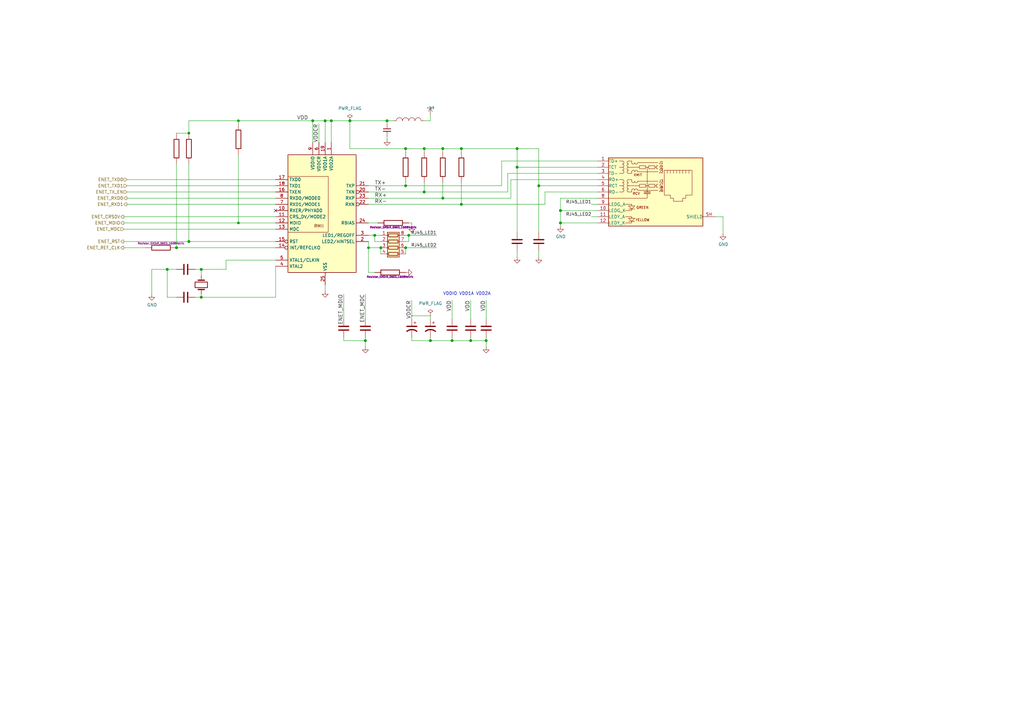
<source format=kicad_sch>
(kicad_sch (version 20230121) (generator eeschema)
  (paper "A3")
  (lib_symbols
    (symbol "Device:C" (pin_numbers hide) (pin_names (offset 0.254))
      (property "Reference" "C" (at 0.635 2.54 0))
      (property "Value" "C" (at 0.635 -2.54 0))
      (symbol "C_0_1"
        (polyline (pts (xy -2.032 -0.762) (xy 2.032 -0.762)) (stroke (width 0.508)))
        (polyline (pts (xy -2.032 0.762) (xy 2.032 0.762)) (stroke (width 0.508)))
      )
      (symbol "C_1_1"
        (pin passive line (at 0 3.81 270) (length 2.794) (name "~") (number "1"))
        (pin passive line (at 0 -3.81 90) (length 2.794) (name "~") (number "2"))
      )
    )
    (symbol "Device:CP1" (pin_numbers hide) (pin_names (offset 0.254) hide)
      (property "Reference" "C" (at 0.635 2.54 0))
      (property "Value" "CP1" (at 0.635 -2.54 0))
      (symbol "CP1_0_1"
        (polyline (pts (xy -2.032 0.762) (xy 2.032 0.762)) (stroke (width 0.508)))
        (polyline (pts (xy -1.778 2.286) (xy -0.762 2.286)))
        (polyline (pts (xy -1.27 1.778) (xy -1.27 2.794)))
        (arc (start 2.032 -1.27) (mid 0 -0.5572) (end -2.032 -1.27) (stroke (width 0.508)))
      )
      (symbol "CP1_1_1"
        (pin passive line (at 0 3.81 270) (length 2.794) (name "~") (number "1"))
        (pin passive line (at 0 -3.81 90) (length 3.302) (name "~") (number "2"))
      )
    )
    (symbol "Device:C_Small" (pin_numbers hide) (pin_names (offset 0.254) hide)
      (property "Reference" "C" (at 0.254 1.778 0))
      (property "Value" "C_Small" (at 0.254 -2.032 0))
      (symbol "C_Small_0_1"
        (polyline (pts (xy -1.524 -0.508) (xy 1.524 -0.508)) (stroke (width 0.3302)))
        (polyline (pts (xy -1.524 0.508) (xy 1.524 0.508)) (stroke (width 0.3048)))
      )
      (symbol "C_Small_1_1"
        (pin passive line (at 0 2.54 270) (length 2.032) (name "~") (number "1"))
        (pin passive line (at 0 -2.54 90) (length 2.032) (name "~") (number "2"))
      )
    )
    (symbol "Device:R_Pack04" (pin_names (offset 0) hide)
      (property "Reference" "RN" (at -7.62 0 90))
      (property "Value" "R_Pack04" (at 5.08 0 90))
      (symbol "R_Pack04_0_1"
        (rectangle (start -6.35 -2.413) (end 3.81 2.413) (stroke (width 0.254)) (fill (type background)))
        (rectangle (start -5.715 1.905) (end -4.445 -1.905) (stroke (width 0.254)))
        (rectangle (start -3.175 1.905) (end -1.905 -1.905) (stroke (width 0.254)))
        (rectangle (start -0.635 1.905) (end 0.635 -1.905) (stroke (width 0.254)))
        (polyline (pts (xy -5.08 -2.54) (xy -5.08 -1.905)))
        (polyline (pts (xy -5.08 1.905) (xy -5.08 2.54)))
        (polyline (pts (xy -2.54 -2.54) (xy -2.54 -1.905)))
        (polyline (pts (xy -2.54 1.905) (xy -2.54 2.54)))
        (polyline (pts (xy 0 -2.54) (xy 0 -1.905)))
        (polyline (pts (xy 0 1.905) (xy 0 2.54)))
        (polyline (pts (xy 2.54 -2.54) (xy 2.54 -1.905)))
        (polyline (pts (xy 2.54 1.905) (xy 2.54 2.54)))
        (rectangle (start 1.905 1.905) (end 3.175 -1.905) (stroke (width 0.254)))
      )
      (symbol "R_Pack04_1_1"
        (pin passive line (at -5.08 -5.08 90) (length 2.54) (name "R1.1") (number "1"))
        (pin passive line (at -2.54 -5.08 90) (length 2.54) (name "R2.1") (number "2"))
        (pin passive line (at 0 -5.08 90) (length 2.54) (name "R3.1") (number "3"))
        (pin passive line (at 2.54 -5.08 90) (length 2.54) (name "R4.1") (number "4"))
        (pin passive line (at 2.54 5.08 270) (length 2.54) (name "R4.2") (number "5"))
        (pin passive line (at 0 5.08 270) (length 2.54) (name "R3.2") (number "6"))
        (pin passive line (at -2.54 5.08 270) (length 2.54) (name "R2.2") (number "7"))
        (pin passive line (at -5.08 5.08 270) (length 2.54) (name "R1.2") (number "8"))
      )
    )
    (symbol "Uni_Printer-rescue:C-Device" (pin_numbers hide) (pin_names (offset 0.254))
      (property "Reference" "C" (at 0.635 2.54 0))
      (property "Value" "C-Device" (at 0.635 -2.54 0))
      (symbol "C-Device_0_1"
        (polyline (pts (xy -2.032 -0.762) (xy 2.032 -0.762)) (stroke (width 0.508)))
        (polyline (pts (xy -2.032 0.762) (xy 2.032 0.762)) (stroke (width 0.508)))
      )
      (symbol "C-Device_1_1"
        (pin passive line (at 0 3.81 270) (length 2.794) (name "~") (number "1"))
        (pin passive line (at 0 -3.81 90) (length 2.794) (name "~") (number "2"))
      )
    )
    (symbol "Uni_Printer-rescue:Crystal-Device" (pin_numbers hide) (pin_names (offset 1.016) hide)
      (property "Reference" "Y" (at 0 3.81 0))
      (property "Value" "Crystal-Device" (at 0 -3.81 0))
      (symbol "Crystal-Device_0_1"
        (rectangle (start -1.143 2.54) (end 1.143 -2.54) (stroke (width 0.3048)))
        (polyline (pts (xy -2.54 0) (xy -1.905 0)))
        (polyline (pts (xy -1.905 -1.27) (xy -1.905 1.27)) (stroke (width 0.508)))
        (polyline (pts (xy 1.905 -1.27) (xy 1.905 1.27)) (stroke (width 0.508)))
        (polyline (pts (xy 2.54 0) (xy 1.905 0)))
      )
      (symbol "Crystal-Device_1_1"
        (pin passive line (at -3.81 0 0) (length 1.27) (name "1") (number "1"))
        (pin passive line (at 3.81 0 180) (length 1.27) (name "2") (number "2"))
      )
    )
    (symbol "Uni_Printer-rescue:RJ45-TRANSFO_v2-rj12" (pin_names (offset 0.0254))
      (property "Reference" "J" (at 2.54 15.24 0))
      (property "Value" "RJ45-TRANSFO_v2-rj12" (at -1.27 15.24 0))
      (symbol "RJ45-TRANSFO_v2-rj12_0_0"
        (polyline (pts (xy -19.05 -6.985) (xy -19.05 -7.62) (xy -21.59 -7.62)))
        (polyline (pts (xy -17.78 -12.065) (xy -20.32 -12.065) (xy -20.32 -12.065)))
        (polyline (pts (xy -17.78 -6.985) (xy -20.32 -6.985) (xy -20.32 -6.985)))
        (polyline (pts (xy -12.7 2.54) (xy -12.7 0) (xy -12.7 0)))
        (polyline (pts (xy -12.7 10.16) (xy -12.7 2.54) (xy -12.7 2.54)))
        (polyline (pts (xy -11.43 -0.635) (xy -13.97 -0.635) (xy -13.97 -0.635)) (stroke (width 0.254)))
        (polyline (pts (xy -8.89 2.54) (xy -9.525 2.54) (xy -9.525 2.54)))
        (polyline (pts (xy -8.89 10.16) (xy -9.525 10.16) (xy -9.525 10.16)))
        (polyline (pts (xy -21.59 -12.7) (xy -19.05 -12.7) (xy -19.05 -12.065) (xy -19.05 -12.065)))
        (polyline (pts (xy -21.59 -10.16) (xy -19.05 -10.16) (xy -19.05 -10.795) (xy -19.05 -10.795)))
        (polyline (pts (xy -21.59 -5.08) (xy -19.05 -5.08) (xy -19.05 -5.715) (xy -19.05 -5.715)))
        (polyline (pts (xy -12.7 -0.635) (xy -12.7 -2.54) (xy -28.575 -2.54) (xy -22.225 -2.54)))
        (polyline (pts (xy -11.43 0) (xy -13.335 0) (xy -13.97 0) (xy -13.97 0)) (stroke (width 0.254)))
        (polyline (pts (xy -20.32 -5.715) (xy -17.78 -5.715) (xy -19.05 -6.985) (xy -20.32 -5.715) (xy -20.32 -5.715)))
        (polyline (pts (xy -17.78 -10.795) (xy -20.32 -10.795) (xy -19.05 -12.065) (xy -17.78 -10.795) (xy -17.78 -10.795)))
        (polyline (pts (xy -8.255 3.175) (xy -8.89 3.175) (xy -8.89 1.905) (xy -8.255 1.905) (xy -8.255 1.905)))
        (polyline (pts (xy -8.255 10.795) (xy -8.89 10.795) (xy -8.89 9.525) (xy -8.255 9.525) (xy -8.255 9.525)))
        (text "GREEN" (at -14.605 -6.35 0) (effects (font (size 1.016 1.016))))
        (text "J1" (at -6.985 12.065 0) (effects (font (size 1.016 1.016))))
        (text "J2" (at -6.985 8.255 0) (effects (font (size 1.016 1.016))))
        (text "J3" (at -6.985 4.445 0) (effects (font (size 1.016 1.016))))
        (text "J4" (at -6.985 10.16 0) (effects (font (size 0.889 0.889)) (justify bottom)))
        (text "J5" (at -6.985 9.525 0) (effects (font (size 0.889 0.889))))
        (text "J6" (at -6.985 0.635 0) (effects (font (size 1.016 1.016))))
        (text "J7" (at -6.985 2.54 0) (effects (font (size 0.889 0.889)) (justify bottom)))
        (text "J8" (at -6.985 1.905 0) (effects (font (size 0.889 0.889))))
        (text "RCV" (at -17.145 -0.635 0) (effects (font (size 1.016 1.016))))
        (text "XMIT" (at -16.51 6.985 0) (effects (font (size 1.016 1.016))))
        (text "YELLOW" (at -14.605 -11.43 0) (effects (font (size 1.016 1.016))))
      )
      (symbol "RJ45-TRANSFO_v2-rj12_0_1"
        (rectangle (start -28.575 -13.97) (end 10.16 13.97) (stroke (width 0.254)) (fill (type background)))
        (arc (start -22.86 0) (mid -22.2277 0.635) (end -22.86 1.27))
        (arc (start -22.86 1.27) (mid -22.2277 1.905) (end -22.86 2.54))
        (arc (start -22.86 2.54) (mid -22.2277 3.175) (end -22.86 3.81))
        (arc (start -22.86 3.81) (mid -22.2277 4.445) (end -22.86 5.08))
        (arc (start -22.86 7.62) (mid -22.2277 8.255) (end -22.86 8.89))
        (arc (start -22.86 8.89) (mid -22.2277 9.525) (end -22.86 10.16))
        (arc (start -22.86 10.16) (mid -22.2277 10.795) (end -22.86 11.43))
        (arc (start -22.86 11.43) (mid -22.2277 12.065) (end -22.86 12.7))
        (arc (start -20.32 1.27) (mid -20.9523 0.635) (end -20.32 0))
        (arc (start -20.32 2.54) (mid -20.9523 1.905) (end -20.32 1.27))
        (arc (start -20.32 3.81) (mid -20.9523 3.175) (end -20.32 2.54))
        (arc (start -20.32 5.08) (mid -20.9523 4.445) (end -20.32 3.81))
        (arc (start -20.32 8.89) (mid -20.9523 8.255) (end -20.32 7.62))
        (arc (start -20.32 10.16) (mid -20.9523 9.525) (end -20.32 8.89))
        (arc (start -20.32 11.43) (mid -20.9523 10.795) (end -20.32 10.16))
        (arc (start -20.32 12.7) (mid -20.9523 12.065) (end -20.32 11.43))
        (arc (start -19.05 4.445) (mid -18.415 3.8127) (end -17.78 4.445))
        (arc (start -19.05 12.065) (mid -18.415 11.4327) (end -17.78 12.065))
        (arc (start -17.78 0.635) (mid -18.415 1.2673) (end -19.05 0.635))
        (arc (start -17.78 4.445) (mid -17.145 3.8127) (end -16.51 4.445))
        (arc (start -17.78 8.255) (mid -18.415 8.8873) (end -19.05 8.255))
        (arc (start -17.78 12.065) (mid -17.145 11.4327) (end -16.51 12.065))
        (arc (start -16.51 0.635) (mid -17.145 1.2673) (end -17.78 0.635))
        (arc (start -16.51 8.255) (mid -17.145 8.8873) (end -17.78 8.255))
        (rectangle (start -15.875 3.175) (end -13.335 1.905))
        (rectangle (start -15.875 10.795) (end -13.335 9.525))
        (rectangle (start -12.065 3.175) (end -9.525 1.905))
        (rectangle (start -12.065 10.795) (end -9.525 9.525))
        (polyline (pts (xy -22.86 0) (xy -24.13 0) (xy -23.495 0)))
        (polyline (pts (xy -22.86 2.54) (xy -24.13 2.54) (xy -23.495 2.54)))
        (polyline (pts (xy -22.86 5.08) (xy -24.13 5.08) (xy -23.495 5.08)))
        (polyline (pts (xy -22.86 7.62) (xy -24.13 7.62) (xy -23.495 7.62)))
        (polyline (pts (xy -22.86 10.16) (xy -24.13 10.16) (xy -23.495 10.16)))
        (polyline (pts (xy -16.51 0.635) (xy -8.255 0.635) (xy -8.255 0.635)))
        (polyline (pts (xy -16.51 4.445) (xy -8.255 4.445) (xy -8.255 4.445)))
        (polyline (pts (xy -16.51 8.255) (xy -8.255 8.255) (xy -8.255 8.255)))
        (polyline (pts (xy -16.51 12.065) (xy -8.255 12.065) (xy -8.255 12.065)))
        (polyline (pts (xy -13.335 2.54) (xy -12.065 2.54) (xy -12.065 2.54)))
        (polyline (pts (xy -13.335 10.16) (xy -12.065 10.16) (xy -12.065 10.16)))
        (polyline (pts (xy -4.445 7.62) (xy -4.445 8.89) (xy -4.445 8.89)))
        (polyline (pts (xy -3.175 8.89) (xy -3.175 7.62) (xy -3.175 7.62)))
        (polyline (pts (xy -1.905 8.89) (xy -1.905 7.62) (xy -1.905 7.62)))
        (polyline (pts (xy -0.635 8.89) (xy -0.635 7.62) (xy -0.635 7.62)))
        (polyline (pts (xy 0.635 8.89) (xy 0.635 7.62) (xy 0.635 7.62)))
        (polyline (pts (xy 1.905 8.89) (xy 1.905 7.62) (xy 1.905 7.62)))
        (polyline (pts (xy 3.175 7.62) (xy 3.175 8.89) (xy 3.175 8.89)))
        (polyline (pts (xy 4.445 7.62) (xy 4.445 8.89) (xy 4.445 8.89)))
        (polyline (pts (xy -22.86 12.7) (xy -24.13 12.7) (xy -23.495 12.7) (xy -23.495 12.7)))
        (polyline (pts (xy -19.05 0.635) (xy -19.05 0) (xy -20.32 0) (xy -20.32 0)))
        (polyline (pts (xy -19.05 8.255) (xy -19.05 7.62) (xy -20.32 7.62) (xy -20.32 7.62)))
        (polyline (pts (xy -15.875 2.54) (xy -20.32 2.54) (xy -20.32 2.54) (xy -20.32 2.54)))
        (polyline (pts (xy -15.875 10.16) (xy -20.32 10.16) (xy -20.32 10.16) (xy -20.32 10.16)))
        (polyline (pts (xy -20.32 5.08) (xy -19.05 5.08) (xy -19.05 4.445) (xy -19.05 4.445) (xy -19.05 4.445) (xy -19.05 4.445)))
        (polyline (pts (xy -20.32 12.7) (xy -19.05 12.7) (xy -19.05 12.065) (xy -19.05 12.065) (xy -19.05 12.065) (xy -19.05 12.065)))
        (polyline (pts (xy -5.715 8.89) (xy 5.715 8.89) (xy 5.715 -1.27) (xy 3.175 -1.27) (xy 3.175 -2.54) (xy 1.905 -2.54) (xy 1.905 -3.81) (xy -1.905 -3.81) (xy -1.905 -2.54) (xy -3.175 -2.54) (xy -3.175 -1.27) (xy -5.715 -1.27) (xy -5.715 8.89) (xy -5.715 8.89)))
      )
      (symbol "RJ45-TRANSFO_v2-rj12_1_1"
        (pin passive line (at -33.02 12.7 0) (length 4.445) (name "TD+") (number "1"))
        (pin passive line (at -33.02 -7.62 0) (length 4.445) (name "LEDG_K") (number "10"))
        (pin passive line (at -33.02 -10.16 0) (length 4.445) (name "LEDY_A") (number "11"))
        (pin passive line (at -33.02 -12.7 0) (length 4.445) (name "LEDY_K") (number "12"))
        (pin passive line (at -33.02 10.16 0) (length 4.445) (name "TCT") (number "2"))
        (pin passive line (at -33.02 7.62 0) (length 4.445) (name "TD-") (number "3"))
        (pin passive line (at -33.02 5.08 0) (length 4.445) (name "RD+") (number "4"))
        (pin passive line (at -33.02 2.54 0) (length 4.445) (name "RCT") (number "5"))
        (pin passive line (at -33.02 0 0) (length 4.445) (name "RD-") (number "6"))
        (pin passive line (at -33.02 -2.54 0) (length 4.445) (name "~") (number "8"))
        (pin passive line (at -33.02 -5.08 0) (length 4.445) (name "LEDG_A") (number "9"))
        (pin passive line (at 15.24 -10.16 180) (length 5.08) (name "SHIELD") (number "SH"))
      )
    )
    (symbol "power:+3V3" (power) (pin_names (offset 0))
      (property "Value" "+3V3" (at 0 3.556 0))
      (symbol "+3V3_0_1"
        (polyline (pts (xy -0.762 1.27) (xy 0 2.54)))
        (polyline (pts (xy 0 0) (xy 0 2.54)))
        (polyline (pts (xy 0 2.54) (xy 0.762 1.27)))
      )
      (symbol "+3V3_1_1"
        (pin power_in line (at 0 0 90) (length 0) hide (name "+3V3") (number "1"))
      )
    )
    (symbol "power:GND" (power) (pin_names (offset 0))
      (property "Value" "GND" (at 0 -3.81 0))
      (symbol "GND_0_1"
        (polyline (pts (xy 0 0) (xy 0 -1.27) (xy 1.27 -1.27) (xy 0 -2.54) (xy -1.27 -1.27) (xy 0 -1.27)))
      )
      (symbol "GND_1_1"
        (pin power_in line (at 0 0 270) (length 0) hide (name "GND") (number "1"))
      )
    )
    (symbol "power:PWR_FLAG" (power) (pin_numbers hide) (pin_names (offset 0) hide)
      (property "Value" "PWR_FLAG" (at 0 3.81 0))
      (symbol "PWR_FLAG_0_0"
        (pin power_out line (at 0 0 90) (length 0) (name "pwr") (number "1"))
      )
      (symbol "PWR_FLAG_0_1"
        (polyline (pts (xy 0 0) (xy 0 1.27) (xy -1.016 1.905) (xy 0 2.54) (xy 1.016 1.905) (xy 0 1.27)))
      )
    )
    (symbol "step2cnc-rescue:INDUCTOR_SMALL" (pin_numbers hide) (pin_names (offset 0) hide)
      (property "Reference" "L" (at 0 2.54 0))
      (property "Value" "INDUCTOR_SMALL" (at 0 -1.27 0))
      (symbol "INDUCTOR_SMALL_0_1"
        (arc (start -2.54 0) (mid -3.81 1.2645) (end -5.08 0))
        (arc (start 0 0) (mid -1.27 1.2645) (end -2.54 0))
        (arc (start 2.54 0) (mid 1.27 1.2645) (end 0 0))
        (arc (start 5.08 0) (mid 3.81 1.2645) (end 2.54 0))
      )
      (symbol "INDUCTOR_SMALL_1_1"
        (pin input line (at -6.35 0 0) (length 1.27) (name "1") (number "1"))
        (pin input line (at 6.35 0 180) (length 1.27) (name "2") (number "2"))
      )
    )
    (symbol "step2cnc-rescue:LAN8720A"
      (property "Reference" "U" (at -7.62 28.575 0))
      (property "Value" "LAN8720A" (at -7.62 26.67 0))
      (symbol "LAN8720A_0_0"
        (text "RMII" (at -2.54 -3.81 0) (effects (font (size 1.27 1.27))))
      )
      (symbol "LAN8720A_0_1"
        (rectangle (start -15.24 25.4) (end 12.7 -22.86) (stroke (width 0.254)) (fill (type background)))
        (polyline (pts (xy -15.24 -6.35) (xy 1.27 -6.35) (xy 1.27 16.51) (xy -15.24 16.51)))
      )
      (symbol "LAN8720A_1_1"
        (pin power_in line (at 2.54 30.48 270) (length 5.08) (name "VDD2A") (number "1"))
        (pin output line (at -20.32 2.54 0) (length 5.08) (name "RXER/PHYAD0") (number "10"))
        (pin output line (at -20.32 0 0) (length 5.08) (name "CRS_DV/MODE2") (number "11"))
        (pin bidirectional line (at -20.32 -2.54 0) (length 5.08) (name "MDIO") (number "12"))
        (pin input line (at -20.32 -5.08 0) (length 5.08) (name "MDC") (number "13"))
        (pin output inverted (at -20.32 -12.7 0) (length 5.08) (name "INT/REFCLKO") (number "14"))
        (pin input inverted (at -20.32 -10.16 0) (length 5.08) (name "RST") (number "15"))
        (pin input line (at -20.32 10.16 0) (length 5.08) (name "TXEN") (number "16"))
        (pin input line (at -20.32 15.24 0) (length 5.08) (name "TXD0") (number "17"))
        (pin input line (at -20.32 12.7 0) (length 5.08) (name "TXD1") (number "18"))
        (pin power_in line (at 0 30.48 270) (length 5.08) (name "VDD1A") (number "19"))
        (pin bidirectional line (at 17.78 -10.16 180) (length 5.08) (name "LED2/nINTSEL") (number "2"))
        (pin output inverted (at 17.78 10.16 180) (length 5.08) (name "TXN") (number "20"))
        (pin output line (at 17.78 12.7 180) (length 5.08) (name "TXP") (number "21"))
        (pin output inverted (at 17.78 5.08 180) (length 5.08) (name "RXN") (number "22"))
        (pin output line (at 17.78 7.62 180) (length 5.08) (name "RXP") (number "23"))
        (pin input line (at 17.78 -2.54 180) (length 5.08) (name "RBIAS") (number "24"))
        (pin power_in line (at 0 -27.94 90) (length 5.08) (name "VSS") (number "25"))
        (pin bidirectional line (at 17.78 -7.62 180) (length 5.08) (name "LED1/REGOFF") (number "3"))
        (pin passive line (at -20.32 -20.32 0) (length 5.08) (name "XTAL2") (number "4"))
        (pin passive line (at -20.32 -17.78 0) (length 5.08) (name "XTAL1/CLKIN") (number "5"))
        (pin power_in line (at -2.54 30.48 270) (length 5.08) (name "VDDCR") (number "6"))
        (pin output line (at -20.32 5.08 0) (length 5.08) (name "RXD1/MODE1") (number "7"))
        (pin output line (at -20.32 7.62 0) (length 5.08) (name "RXD0/MODE0") (number "8"))
        (pin power_in line (at -5.08 30.48 270) (length 5.08) (name "VDDIO") (number "9"))
      )
    )
    (symbol "step2cnc-rescue:R-RESCUE-step2cnc8_" (pin_numbers hide) (pin_names (offset 0))
      (property "Reference" "R" (at 2.032 0 90))
      (property "Value" "R-RESCUE-step2cnc8_" (at 0.1778 0.0254 90))
      (symbol "R-RESCUE-step2cnc8__0_1"
        (rectangle (start -1.016 3.81) (end 1.016 -3.81) (stroke (width 0.3048)))
      )
      (symbol "R-RESCUE-step2cnc8__1_1"
        (pin passive line (at 0 6.35 270) (length 2.54) (name "~") (number "1"))
        (pin passive line (at 0 -6.35 90) (length 2.54) (name "~") (number "2"))
      )
    )
  )
  (junction (at 212.09 68.58) (diameter 1.016))
  (junction (at 82.55 110.49) (diameter 1.016))
  (junction (at 166.37 60.96) (diameter 1.016))
  (junction (at 158.75 49.53) (diameter 1))
  (junction (at 135.89 49.53) (diameter 1.016))
  (junction (at 176.53 139.7) (diameter 1))
  (junction (at 181.61 81.28) (diameter 1))
  (junction (at 193.04 139.7) (diameter 1))
  (junction (at 153.67 96.52) (diameter 1))
  (junction (at 133.35 49.53) (diameter 1.016))
  (junction (at 189.23 60.96) (diameter 1.016))
  (junction (at 143.51 49.53) (diameter 1.016))
  (junction (at 167.64 96.52) (diameter 1.016))
  (junction (at 173.99 60.96) (diameter 1.016))
  (junction (at 173.99 78.74) (diameter 1))
  (junction (at 97.79 91.44))
  (junction (at 151.13 101.6))
  (junction (at 212.09 60.96) (diameter 1.016))
  (junction (at 168.91 129.54) (diameter 0.3048))
  (junction (at 166.37 76.2) (diameter 1))
  (junction (at 72.39 101.6) (diameter 1.016))
  (junction (at 199.39 139.7) (diameter 1))
  (junction (at 185.42 139.7) (diameter 1))
  (junction (at 166.37 101.6) (diameter 1.016))
  (junction (at 82.55 121.92) (diameter 1.016))
  (junction (at 181.61 60.96) (diameter 1.016))
  (junction (at 156.21 101.6) (diameter 1.016))
  (junction (at 77.47 54.61))
  (junction (at 149.86 139.7) (diameter 1))
  (junction (at 229.87 86.36) (diameter 1.016))
  (junction (at 77.47 99.06) (diameter 1.016))
  (junction (at 189.23 83.82) (diameter 1))
  (junction (at 68.58 110.49) (diameter 1.016))
  (junction (at 229.87 91.44) (diameter 1.016))
  (junction (at 128.27 49.53) (diameter 1.016))
  (junction (at 220.98 76.2) (diameter 1.016))
  (junction (at 97.79 49.53))
  (no_connect (at 113.03 86.36))
  (wire (pts (xy 77.47 99.06) (xy 113.03 99.06)))
  (wire (pts (xy 151.13 101.6) (xy 156.21 101.6)))
  (wire (pts (xy 77.47 67.31) (xy 77.47 99.06)))
  (wire (pts (xy 223.52 78.74) (xy 223.52 83.82)))
  (wire (pts (xy 167.64 96.52) (xy 179.07 96.52)))
  (wire (pts (xy 153.67 99.06) (xy 153.67 96.52)))
  (wire (pts (xy 293.37 88.9) (xy 296.545 88.9)))
  (wire (pts (xy 62.23 120.65) (xy 62.23 110.49)))
  (wire (pts (xy 166.37 76.2) (xy 205.74 76.2)))
  (wire (pts (xy 82.55 121.92) (xy 82.55 120.65)))
  (wire (pts (xy 166.37 60.96) (xy 173.99 60.96)))
  (wire (pts (xy 72.39 101.6) (xy 113.03 101.6)))
  (wire (pts (xy 199.39 139.7) (xy 199.39 142.24)))
  (wire (pts (xy 158.75 57.15) (xy 158.75 55.88)))
  (wire (pts (xy 133.35 49.53) (xy 135.89 49.53)))
  (wire (pts (xy 128.27 49.53) (xy 128.27 58.42)))
  (wire (pts (xy 52.07 78.74) (xy 113.03 78.74)))
  (wire (pts (xy 176.53 138.43) (xy 176.53 139.7)))
  (wire (pts (xy 151.13 96.52) (xy 153.67 96.52)))
  (wire (pts (xy 245.11 81.28) (xy 229.87 81.28)))
  (wire (pts (xy 168.91 91.44) (xy 168.91 92.71)))
  (wire (pts (xy 168.91 129.54) (xy 168.91 130.81)))
  (wire (pts (xy 185.42 139.7) (xy 185.42 138.43)))
  (wire (pts (xy 185.42 130.81) (xy 185.42 123.19)))
  (wire (pts (xy 128.27 49.53) (xy 133.35 49.53)))
  (wire (pts (xy 77.47 49.53) (xy 97.79 49.53)))
  (wire (pts (xy 72.39 101.6) (xy 72.39 67.31)))
  (wire (pts (xy 242.57 88.9) (xy 245.11 88.9)))
  (wire (pts (xy 173.99 60.96) (xy 173.99 62.23)))
  (wire (pts (xy 82.55 113.03) (xy 82.55 110.49)))
  (wire (pts (xy 68.58 121.92) (xy 72.39 121.92)))
  (wire (pts (xy 158.75 49.53) (xy 161.29 49.53)))
  (wire (pts (xy 176.53 139.7) (xy 185.42 139.7)))
  (wire (pts (xy 82.55 121.92) (xy 113.03 121.92)))
  (wire (pts (xy 173.99 49.53) (xy 176.53 49.53)))
  (wire (pts (xy 130.81 58.42) (xy 130.81 50.8)))
  (wire (pts (xy 50.8 99.06) (xy 77.47 99.06)))
  (wire (pts (xy 212.09 102.87) (xy 212.09 105.41)))
  (wire (pts (xy 212.09 68.58) (xy 245.11 68.58)))
  (wire (pts (xy 181.61 60.96) (xy 181.61 62.23)))
  (wire (pts (xy 176.53 129.54) (xy 168.91 129.54)))
  (wire (pts (xy 151.13 76.2) (xy 166.37 76.2)))
  (wire (pts (xy 181.61 74.93) (xy 181.61 81.28)))
  (wire (pts (xy 72.39 110.49) (xy 68.58 110.49)))
  (wire (pts (xy 212.09 68.58) (xy 212.09 95.25)))
  (wire (pts (xy 50.8 101.6) (xy 59.69 101.6)))
  (wire (pts (xy 167.64 91.44) (xy 168.91 91.44)))
  (wire (pts (xy 173.99 74.93) (xy 173.99 78.74)))
  (wire (pts (xy 158.75 49.53) (xy 158.75 50.8)))
  (wire (pts (xy 185.42 139.7) (xy 193.04 139.7)))
  (wire (pts (xy 166.37 74.93) (xy 166.37 76.2)))
  (wire (pts (xy 166.37 101.6) (xy 179.07 101.6)))
  (wire (pts (xy 229.87 86.36) (xy 229.87 91.44)))
  (wire (pts (xy 245.11 73.66) (xy 209.55 73.66)))
  (wire (pts (xy 143.51 49.53) (xy 143.51 60.96)))
  (wire (pts (xy 154.94 91.44) (xy 151.13 91.44)))
  (wire (pts (xy 220.98 76.2) (xy 220.98 95.25)))
  (wire (pts (xy 199.39 138.43) (xy 199.39 139.7)))
  (wire (pts (xy 97.79 63.5) (xy 97.79 91.44)))
  (wire (pts (xy 229.87 81.28) (xy 229.87 86.36)))
  (wire (pts (xy 143.51 60.96) (xy 166.37 60.96)))
  (wire (pts (xy 193.04 139.7) (xy 193.04 138.43)))
  (wire (pts (xy 168.91 138.43) (xy 168.91 139.7)))
  (wire (pts (xy 189.23 60.96) (xy 212.09 60.96)))
  (wire (pts (xy 245.11 71.12) (xy 208.28 71.12)))
  (wire (pts (xy 205.74 66.04) (xy 245.11 66.04)))
  (wire (pts (xy 149.86 138.43) (xy 149.86 139.7)))
  (wire (pts (xy 208.28 71.12) (xy 208.28 78.74)))
  (wire (pts (xy 242.57 83.82) (xy 245.11 83.82)))
  (wire (pts (xy 151.13 101.6) (xy 151.13 111.76)))
  (wire (pts (xy 151.13 111.76) (xy 153.67 111.76)))
  (wire (pts (xy 193.04 139.7) (xy 199.39 139.7)))
  (wire (pts (xy 97.79 91.44) (xy 113.03 91.44)))
  (wire (pts (xy 82.55 110.49) (xy 92.71 110.49)))
  (wire (pts (xy 189.23 83.82) (xy 223.52 83.82)))
  (wire (pts (xy 166.37 96.52) (xy 167.64 96.52)))
  (wire (pts (xy 62.23 110.49) (xy 68.58 110.49)))
  (wire (pts (xy 50.8 91.44) (xy 97.79 91.44)))
  (wire (pts (xy 181.61 60.96) (xy 189.23 60.96)))
  (wire (pts (xy 143.51 49.53) (xy 158.75 49.53)))
  (wire (pts (xy 176.53 49.53) (xy 176.53 46.99)))
  (wire (pts (xy 168.91 139.7) (xy 176.53 139.7)))
  (wire (pts (xy 92.71 106.68) (xy 92.71 110.49)))
  (wire (pts (xy 189.23 60.96) (xy 189.23 62.23)))
  (wire (pts (xy 176.53 130.81) (xy 176.53 129.54)))
  (wire (pts (xy 189.23 74.93) (xy 189.23 83.82)))
  (wire (pts (xy 153.67 96.52) (xy 156.21 96.52)))
  (wire (pts (xy 209.55 73.66) (xy 209.55 81.28)))
  (wire (pts (xy 77.47 49.53) (xy 77.47 54.61)))
  (wire (pts (xy 68.58 110.49) (xy 68.58 121.92)))
  (wire (pts (xy 52.07 73.66) (xy 113.03 73.66)))
  (wire (pts (xy 151.13 83.82) (xy 189.23 83.82)))
  (wire (pts (xy 245.11 78.74) (xy 223.52 78.74)))
  (wire (pts (xy 133.35 49.53) (xy 133.35 58.42)))
  (wire (pts (xy 140.97 138.43) (xy 140.97 139.7)))
  (wire (pts (xy 168.91 123.19) (xy 168.91 129.54)))
  (wire (pts (xy 97.79 49.53) (xy 97.79 50.8)))
  (wire (pts (xy 296.545 88.9) (xy 296.545 95.885)))
  (wire (pts (xy 52.07 83.82) (xy 113.03 83.82)))
  (wire (pts (xy 167.64 99.06) (xy 166.37 99.06)))
  (wire (pts (xy 229.87 91.44) (xy 245.11 91.44)))
  (wire (pts (xy 50.8 88.9) (xy 113.03 88.9)))
  (wire (pts (xy 220.98 60.96) (xy 220.98 76.2)))
  (wire (pts (xy 151.13 78.74) (xy 173.99 78.74)))
  (wire (pts (xy 113.03 109.22) (xy 113.03 121.92)))
  (wire (pts (xy 50.8 93.98) (xy 113.03 93.98)))
  (wire (pts (xy 212.09 60.96) (xy 212.09 68.58)))
  (wire (pts (xy 173.99 60.96) (xy 181.61 60.96)))
  (wire (pts (xy 245.11 76.2) (xy 220.98 76.2)))
  (wire (pts (xy 151.13 81.28) (xy 181.61 81.28)))
  (wire (pts (xy 199.39 123.19) (xy 199.39 130.81)))
  (wire (pts (xy 133.35 116.84) (xy 133.35 119.38)))
  (wire (pts (xy 151.13 99.06) (xy 151.13 101.6)))
  (wire (pts (xy 52.07 81.28) (xy 113.03 81.28)))
  (wire (pts (xy 149.86 139.7) (xy 149.86 142.24)))
  (wire (pts (xy 140.97 130.81) (xy 140.97 120.65)))
  (wire (pts (xy 220.98 102.87) (xy 220.98 105.41)))
  (wire (pts (xy 229.87 86.36) (xy 245.11 86.36)))
  (wire (pts (xy 135.89 49.53) (xy 135.89 58.42)))
  (wire (pts (xy 193.04 130.81) (xy 193.04 123.19)))
  (wire (pts (xy 212.09 60.96) (xy 220.98 60.96)))
  (wire (pts (xy 82.55 110.49) (xy 80.01 110.49)))
  (wire (pts (xy 205.74 76.2) (xy 205.74 66.04)))
  (wire (pts (xy 135.89 49.53) (xy 143.51 49.53)))
  (wire (pts (xy 72.39 54.61) (xy 77.47 54.61)))
  (wire (pts (xy 173.99 78.74) (xy 208.28 78.74)))
  (wire (pts (xy 149.86 130.81) (xy 149.86 120.65)))
  (wire (pts (xy 181.61 81.28) (xy 209.55 81.28)))
  (wire (pts (xy 167.64 96.52) (xy 167.64 99.06)))
  (wire (pts (xy 140.97 139.7) (xy 149.86 139.7)))
  (wire (pts (xy 82.55 121.92) (xy 80.01 121.92)))
  (wire (pts (xy 166.37 62.23) (xy 166.37 60.96)))
  (wire (pts (xy 166.37 101.6) (xy 166.37 104.14)))
  (wire (pts (xy 113.03 106.68) (xy 92.71 106.68)))
  (wire (pts (xy 156.21 101.6) (xy 156.21 104.14)))
  (wire (pts (xy 52.07 76.2) (xy 113.03 76.2)))
  (wire (pts (xy 156.21 99.06) (xy 153.67 99.06)))
  (wire (pts (xy 97.79 49.53) (xy 128.27 49.53)))
  (wire (pts (xy 229.87 91.44) (xy 229.87 92.71)))
  (text "VDDIO VDD1A VDD2A" (at 201.295 121.285 0) (effects (font (size 1.27 1.27)) (justify right bottom)))
  (label "VDD" (at 199.39 123.19 90) (effects (font (size 1.524 1.524))))
  (label "RJ45_LED2" (at 242.57 88.9 0))
  (label "TX-" (at 153.67 78.74 0) (effects (font (size 1.524 1.524))))
  (label "TX+" (at 153.67 76.2 0) (effects (font (size 1.524 1.524))))
  (label "RX-" (at 153.67 83.82 0) (effects (font (size 1.524 1.524))))
  (label "RJ45_LED1" (at 179.07 96.52 0))
  (label "RJ45_LED2" (at 179.07 101.6 0))
  (label "VDDCR" (at 168.91 123.19 90) (effects (font (size 1.524 1.524))))
  (label "RJ45_LED1" (at 242.57 83.82 0))
  (label "ENET_MDC" (at 149.86 120.65 90) (effects (font (size 1.524 1.524))))
  (label "VDD" (at 193.04 123.19 90) (effects (font (size 1.524 1.524))))
  (label "RX+" (at 153.67 81.28 0) (effects (font (size 1.524 1.524))))
  (label "VDD" (at 126.365 49.53 0) (effects (font (size 1.524 1.524))))
  (label "ENET_MDIO" (at 140.97 120.65 90) (effects (font (size 1.524 1.524))))
  (label "VDD" (at 185.42 123.19 90) (effects (font (size 1.524 1.524))))
  (label "VDDCR" (at 130.81 50.8 90) (effects (font (size 1.524 1.524))))
  (hierarchical_label "ENET_TXD0" (shape input) (at 52.07 73.66 180))
  (hierarchical_label "ENET_RST" (shape output) (at 50.8 99.06 180))
  (hierarchical_label "ENET_CRSDV" (shape output) (at 50.8 88.9 180))
  (hierarchical_label "ENET_MDC" (shape input) (at 50.8 93.98 180))
  (hierarchical_label "ENET_TXD1" (shape input) (at 52.07 76.2 180))
  (hierarchical_label "ENET_RXD0" (shape output) (at 52.07 81.28 180))
  (hierarchical_label "ENET_RXD1" (shape output) (at 52.07 83.82 180))
  (hierarchical_label "ENET_MDIO" (shape output) (at 50.8 91.44 180))
  (hierarchical_label "ENET_TX_EN" (shape input) (at 52.07 78.74 180))
  (hierarchical_label "ENET_REF_CLK" (shape output) (at 50.8 101.6 180))
  (symbol (lib_id "power:GND") (at 229.87 92.71 0) (unit 1)
    (property "Reference" "#PWR0167" (effects hide))
    (property "Value" "GND" (at 229.997 97.028 0))
  )
  (symbol (lib_id "Uni_Printer-rescue:RJ45-TRANSFO_v2-rj12") (at 278.13 78.74 0) (unit 1)
    (property "Reference" "J9" (at 269.24 60.452 0))
    (property "Value" "LMJ1998824110DL1T39J" (at 269.24 62.7634 0))
    (property "Footprint" "moje:LMJ1998824110DL1T39J" (effects hide))
    (property "TME" "RJ45-TRAFO-L" (effects hide))
    (property "Reference" "J11" (effects hide))
    (property "Value" "LMJ1998824110DL1T39J" (effects hide))
    (instances (project "Uni_Printer" (path "" (reference "J9") (unit 1))))
  )
  (symbol (lib_id "power:GND") (at 296.545 95.885 0) (unit 1)
    (property "Reference" "#PWR0168" (effects hide))
    (property "Value" "GND" (at 296.672 100.203 0))
  )
  (symbol (lib_id "Device:CP1") (at 168.91 134.62 0) (mirror y) (unit 1)
    (property "Reference" "CP1" (at 168.275 132.08 0) (effects (justify left)))
    (property "Value" "2.2uF" (at 168.275 137.16 0) (effects (justify left)))
    (property "Footprint" "Capacitor_SMD:C_0603_1608Metric" (effects hide))
    (property "Reference" "CP1" (effects hide))
    (property "Value" "2.2uF" (effects hide))
  )
  (symbol (lib_id "Device:C") (at 212.09 99.06 0) (unit 1)
    (property "Reference" "C30" (at 212.725 96.52 0) (effects (justify left)))
    (property "Value" "100n" (at 212.725 101.6 0) (effects (justify left)))
    (property "Footprint" "Capacitor_SMD:C_0603_1608Metric" (effects hide))
    (property "Reference" "C36" (effects hide))
    (property "Value" "100n" (effects hide))
    (instances (project "Uni_Printer" (path "" (reference "C30") (unit 1))))
  )
  (symbol (lib_id "Uni_Printer-rescue:C-Device") (at 76.2 110.49 270) (unit 1)
    (property "Reference" "C22" (at 76.2 104.0892 90))
    (property "Value" "18pF" (at 76.2 106.4006 90))
    (property "Footprint" "Capacitor_SMD:C_0603_1608Metric" (effects hide))
    (property "Reference" "C4" (effects hide))
    (property "Value" "18pF" (effects hide))
    (instances (project "Uni_Printer" (path "" (reference "C22") (unit 1))))
  )
  (symbol (lib_id "power:GND") (at 212.09 105.41 0) (unit 1)
    (property "Reference" "#PWR0165" (effects hide))
    (property "Value" "GND" (effects hide))
  )
  (symbol (lib_id "power:GND") (at 220.98 105.41 0) (unit 1)
    (property "Reference" "#PWR0166" (effects hide))
    (property "Value" "GND" (effects hide))
  )
  (symbol (lib_id "step2cnc-rescue:R-RESCUE-step2cnc8_") (at 66.04 101.6 90) (mirror x) (unit 1)
    (property "Reference" "R6" (at 66.04 103.632 90) (effects (font (size 1.016 1.016))))
    (property "Value" "33" (at 66.0146 101.7778 90) (effects (font (size 1.016 1.016))))
    (property "Footprint" "Resistor_SMD:R_0603_1608Metric" (at 66.04 99.822 90) (effects (font (size 0.762 0.762))))
    (property "Datasheet" "~" (at 66.04 101.6 0) (effects (font (size 0.762 0.762))))
    (property "Reference" "R1" (effects hide))
    (property "Value" "33" (effects hide))
    (instances (project "Uni_Printer" (path "" (reference "R6") (unit 1))))
  )
  (symbol (lib_id "Device:C_Small") (at 158.75 53.34 0) (unit 1)
    (property "Reference" "C26" (at 159.004 51.562 0) (effects (justify left)))
    (property "Value" "10uF" (at 159.004 55.372 0) (effects (justify left)))
    (property "Footprint" "Capacitor_SMD:C_0603_1608Metric" (effects hide))
    (property "Reference" "C9" (effects hide))
    (property "Value" "10uF" (effects hide))
    (instances (project "Uni_Printer" (path "" (reference "C26") (unit 1))))
  )
  (symbol (lib_id "power:GND") (at 133.35 119.38 0) (unit 1)
    (property "Reference" "#PWR0158" (effects hide))
    (property "Value" "GND" (effects hide))
  )
  (symbol (lib_id "power:PWR_FLAG") (at 143.51 49.53 0) (unit 1)
    (property "Reference" "#FLG04" (effects hide))
    (property "Value" "PWR_FLAG" (at 143.51 44.45 0))
  )
  (symbol (lib_id "Device:C") (at 140.97 134.62 0) (unit 1)
    (property "Reference" "C24" (at 141.605 132.08 0) (effects (justify left)))
    (property "Value" "18pF" (at 141.605 137.16 0) (effects (justify left)))
    (property "Footprint" "Capacitor_SMD:C_0603_1608Metric" (effects hide))
    (property "Reference" "C6" (effects hide))
    (property "Value" "18pF" (effects hide))
    (instances (project "Uni_Printer" (path "" (reference "C24") (unit 1))))
  )
  (symbol (lib_id "step2cnc-rescue:R-RESCUE-step2cnc8_") (at 72.39 60.96 180) (unit 1)
    (property "Reference" "R20" (at 70.358 60.96 90) (effects (font (size 1.016 1.016))))
    (property "Value" "12k1" (at 72.2122 60.9854 90) (effects (font (size 1.016 1.016))))
    (property "Footprint" "Resistor_SMD:R_0603_1608Metric" (effects hide))
    (property "Reference" "R38" (effects hide))
    (property "Value" "12k1" (effects hide))
    (instances (project "Uni_Printer" (path "" (reference "R20") (unit 1))))
  )
  (symbol (lib_id "step2cnc-rescue:R-RESCUE-step2cnc8_") (at 189.23 68.58 180) (unit 1)
    (property "Reference" "R12" (at 187.198 68.58 90) (effects (font (size 1.016 1.016))))
    (property "Value" "49R9" (at 189.0522 68.6054 90) (effects (font (size 1.016 1.016))))
    (property "Footprint" "Resistor_SMD:R_0603_1608Metric" (effects hide))
    (property "Reference" "R48" (effects hide))
    (property "Value" "49R9" (effects hide))
    (instances (project "Uni_Printer" (path "" (reference "R12") (unit 1))))
  )
  (symbol (lib_id "step2cnc-rescue:R-RESCUE-step2cnc8_") (at 166.37 68.58 180) (unit 1)
    (property "Reference" "R9" (at 164.338 68.58 90) (effects (font (size 1.016 1.016))))
    (property "Value" "49R9" (at 166.1922 68.6054 90) (effects (font (size 1.016 1.016))))
    (property "Footprint" "Resistor_SMD:R_0603_1608Metric" (effects hide))
    (property "Reference" "R45" (effects hide))
    (property "Value" "49R9" (effects hide))
    (instances (project "Uni_Printer" (path "" (reference "R9") (unit 1))))
  )
  (symbol (lib_id "power:GND") (at 166.37 111.76 90) (unit 1)
    (property "Reference" "#PWR0161" (effects hide))
    (property "Value" "GND" (effects hide))
  )
  (symbol (lib_id "Device:C") (at 193.04 134.62 180) (unit 1)
    (property "Reference" "C28" (at 192.405 137.16 0) (effects (justify left)))
    (property "Value" "100n" (at 192.405 132.08 0) (effects (justify left)))
    (property "Footprint" "Capacitor_SMD:C_0603_1608Metric" (effects hide))
    (property "Reference" "C33" (effects hide))
    (property "Value" "100n" (effects hide))
    (instances (project "Uni_Printer" (path "" (reference "C28") (unit 1))))
  )
  (symbol (lib_id "step2cnc-rescue:R-RESCUE-step2cnc8_") (at 160.02 111.76 90) (unit 1)
    (property "Reference" "R7" (at 160.02 109.728 90) (effects (font (size 1.016 1.016))))
    (property "Value" "12k1" (at 159.9946 111.5822 90) (effects (font (size 1.016 1.016))))
    (property "Footprint" "Resistor_SMD:R_0603_1608Metric" (at 160.02 113.538 90) (effects (font (size 0.762 0.762))))
    (property "Datasheet" "~" (at 160.02 111.76 0) (effects (font (size 0.762 0.762))))
    (property "Reference" "R2" (effects hide))
    (property "Value" "12k1" (effects hide))
    (instances (project "Uni_Printer" (path "" (reference "R7") (unit 1))))
  )
  (symbol (lib_id "step2cnc-rescue:R-RESCUE-step2cnc8_") (at 97.79 57.15 180) (unit 1)
    (property "Reference" "R22" (at 95.758 57.15 90) (effects (font (size 1.016 1.016))))
    (property "Value" "2k2" (at 97.6122 57.1754 90) (effects (font (size 1.016 1.016))))
    (property "Footprint" "Resistor_SMD:R_0603_1608Metric" (effects hide))
    (property "Reference" "R38" (effects hide))
    (property "Value" "12k1" (effects hide))
    (instances (project "Uni_Printer" (path "" (reference "R22") (unit 1))))
  )
  (symbol (lib_id "step2cnc-rescue:R-RESCUE-step2cnc8_") (at 161.29 91.44 90) (unit 1)
    (property "Reference" "R8" (at 161.29 89.408 90) (effects (font (size 1.016 1.016))))
    (property "Value" "12k1" (at 161.2646 91.2622 90) (effects (font (size 1.016 1.016))))
    (property "Footprint" "Resistor_SMD:R_0603_1608Metric" (at 161.29 93.218 90) (effects (font (size 0.762 0.762))))
    (property "Datasheet" "~" (at 161.29 91.44 0) (effects (font (size 0.762 0.762))))
    (property "Reference" "R38" (effects hide))
    (property "Value" "12k1" (effects hide))
    (instances (project "Uni_Printer" (path "" (reference "R8") (unit 1))))
  )
  (symbol (lib_id "step2cnc-rescue:LAN8720A") (at 133.35 88.9 0) (unit 1)
    (property "Reference" "IC4" (at 125.73 60.325 0) (effects (justify right)))
    (property "Value" "LAN8742A" (at 125.73 62.23 0) (effects (justify right)))
    (property "Footprint" "Package_DFN_QFN:QFN-24-1EP_4x4mm_P0.5mm_EP2.6x2.6mm" (effects hide))
    (property "TME" "LAN8742A-CZ" (effects hide))
    (property "Reference" "IC5" (effects hide))
    (property "Value" "LAN8742A" (effects hide))
    (instances (project "Uni_Printer" (path "" (reference "IC4") (unit 1))))
  )
  (symbol (lib_id "power:GND") (at 149.86 142.24 0) (unit 1)
    (property "Reference" "#PWR0159" (effects hide))
    (property "Value" "GND" (effects hide))
  )
  (symbol (lib_id "step2cnc-rescue:R-RESCUE-step2cnc8_") (at 181.61 68.58 180) (unit 1)
    (property "Reference" "R11" (at 179.578 68.58 90) (effects (font (size 1.016 1.016))))
    (property "Value" "49R9" (at 181.4322 68.6054 90) (effects (font (size 1.016 1.016))))
    (property "Footprint" "Resistor_SMD:R_0603_1608Metric" (effects hide))
    (property "Reference" "R47" (effects hide))
    (property "Value" "49R9" (effects hide))
    (instances (project "Uni_Printer" (path "" (reference "R11") (unit 1))))
  )
  (symbol (lib_id "step2cnc-rescue:INDUCTOR_SMALL") (at 167.64 49.53 0) (unit 1)
    (property "Reference" "L2" (at 167.64 46.99 0))
    (property "Value" "10nH" (at 167.64 50.8 0))
    (property "Footprint" "Inductor_SMD:L_0603_1608Metric" (effects hide))
    (property "TME" "LQW18AN10NJ00D" (effects hide))
    (property "Reference" "L1" (effects hide))
    (property "Value" "10nH" (effects hide))
    (instances (project "Uni_Printer" (path "" (reference "L2") (unit 1))))
  )
  (symbol (lib_id "power:GND") (at 168.91 92.71 0) (unit 1)
    (property "Reference" "#PWR0162" (effects hide))
    (property "Value" "GND" (effects hide))
  )
  (symbol (lib_id "power:PWR_FLAG") (at 176.53 129.54 0) (unit 1)
    (property "Reference" "#FLG05" (effects hide))
    (property "Value" "PWR_FLAG" (at 176.53 124.46 0))
  )
  (symbol (lib_id "step2cnc-rescue:R-RESCUE-step2cnc8_") (at 77.47 60.96 180) (unit 1)
    (property "Reference" "R21" (at 75.438 60.96 90) (effects (font (size 1.016 1.016))))
    (property "Value" "2k2" (at 77.2922 60.9854 90) (effects (font (size 1.016 1.016))))
    (property "Footprint" "Resistor_SMD:R_0603_1608Metric" (effects hide))
    (property "Reference" "R38" (effects hide))
    (property "Value" "12k1" (effects hide))
    (instances (project "Uni_Printer" (path "" (reference "R21") (unit 1))))
  )
  (symbol (lib_id "power:GND") (at 62.23 120.65 0) (unit 1)
    (property "Reference" "#PWR0157" (effects hide))
    (property "Value" "GND" (at 62.357 125.0442 0))
  )
  (symbol (lib_id "Device:CP1") (at 176.53 134.62 0) (mirror y) (unit 1)
    (property "Reference" "CP2" (at 175.895 132.08 0) (effects (justify left)))
    (property "Value" "470pF" (at 175.895 137.16 0) (effects (justify left)))
    (property "Footprint" "Capacitor_SMD:C_0603_1608Metric" (effects hide))
    (property "TME" "0603B471K101CT" (effects hide))
    (property "Reference" "CP2" (effects hide))
    (property "Value" "470pF" (effects hide))
  )
  (symbol (lib_id "power:GND") (at 158.75 57.15 0) (unit 1)
    (property "Reference" "#PWR0160" (effects hide))
    (property "Value" "GND" (effects hide))
  )
  (symbol (lib_id "power:GND") (at 199.39 142.24 0) (unit 1)
    (property "Reference" "#PWR0164" (effects hide))
    (property "Value" "GND" (effects hide))
  )
  (symbol (lib_id "Device:C") (at 185.42 134.62 180) (unit 1)
    (property "Reference" "C27" (at 184.785 137.16 0) (effects (justify left)))
    (property "Value" "100n" (at 184.785 132.08 0) (effects (justify left)))
    (property "Footprint" "Capacitor_SMD:C_0603_1608Metric" (effects hide))
    (property "Reference" "C21" (effects hide))
    (property "Value" "100n" (effects hide))
    (instances (project "Uni_Printer" (path "" (reference "C27") (unit 1))))
  )
  (symbol (lib_id "Uni_Printer-rescue:C-Device") (at 76.2 121.92 270) (unit 1)
    (property "Reference" "C23" (at 76.2 115.5192 90))
    (property "Value" "18pF" (at 76.2 117.8306 90))
    (property "Footprint" "Capacitor_SMD:C_0603_1608Metric" (effects hide))
    (property "Reference" "C5" (effects hide))
    (property "Value" "18pF" (effects hide))
    (instances (project "Uni_Printer" (path "" (reference "C23") (unit 1))))
  )
  (symbol (lib_id "Uni_Printer-rescue:Crystal-Device") (at 82.55 116.84 270) (unit 1)
    (property "Reference" "Y2" (at 85.8774 115.6716 90) (effects (justify left)))
    (property "Value" "ABM7-25.000MHZ-D2Y-T" (at 85.8774 117.983 90) (effects (justify left)))
    (property "Footprint" "moje:XTAL500X320X130N_v2" (effects hide))
    (property "TME" "ABM7-25.000MHZ-D2Y" (effects hide))
    (property "Category" "Xtal" (effects hide))
    (property "Reference" "Y2" (effects hide))
    (property "Value" "ABM7-25.000MHZ-D2Y-T" (effects hide))
  )
  (symbol (lib_id "Device:C") (at 220.98 99.06 0) (unit 1)
    (property "Reference" "C31" (at 221.615 96.52 0) (effects (justify left)))
    (property "Value" "100n" (at 221.615 101.6 0) (effects (justify left)))
    (property "Footprint" "Capacitor_SMD:C_0603_1608Metric" (effects hide))
    (property "Reference" "C37" (effects hide))
    (property "Value" "100n" (effects hide))
    (instances (project "Uni_Printer" (path "" (reference "C31") (unit 1))))
  )
  (symbol (lib_id "Device:C") (at 199.39 134.62 0) (mirror x) (unit 1)
    (property "Reference" "C29" (at 200.025 137.16 0) (effects (justify left)))
    (property "Value" "100n" (at 200.025 132.08 0) (effects (justify left)))
    (property "Footprint" "Capacitor_SMD:C_0603_1608Metric" (effects hide))
    (property "Reference" "C35" (effects hide))
    (property "Value" "100n" (effects hide))
    (instances (project "Uni_Printer" (path "" (reference "C29") (unit 1))))
  )
  (symbol (lib_id "power:+3V3") (at 176.53 46.99 0) (unit 1)
    (property "Reference" "#PWR0163" (effects hide))
    (property "Value" "+3.3V" (at 176.53 44.196 0) (effects (font (size 0.762 0.762))))
  )
  (symbol (lib_id "step2cnc-rescue:R-RESCUE-step2cnc8_") (at 173.99 68.58 180) (unit 1)
    (property "Reference" "R10" (at 171.958 68.58 90) (effects (font (size 1.016 1.016))))
    (property "Value" "49R9" (at 173.8122 68.6054 90) (effects (font (size 1.016 1.016))))
    (property "Footprint" "Resistor_SMD:R_0603_1608Metric" (effects hide))
    (property "Reference" "R46" (effects hide))
    (property "Value" "49R9" (effects hide))
    (instances (project "Uni_Printer" (path "" (reference "R10") (unit 1))))
  )
  (symbol (lib_id "Device:R_Pack04") (at 161.29 101.6 270) (unit 1)
    (property "Reference" "RN21" (at 161.29 93.98 90))
    (property "Value" "390R 5%" (at 161.29 106.68 90))
    (property "Footprint" "moje:R_Array_Convex_4x0603" (effects hide))
    (property "TME" "DR1206-390K-4/8" (effects hide))
    (property "Reference" "RN10" (effects hide))
    (property "Value" "390R" (effects hide))
    (instances (project "Uni_Printer" (path "" (reference "RN21") (unit 1))))
  )
  (symbol (lib_id "Device:C") (at 149.86 134.62 0) (unit 1)
    (property "Reference" "C25" (at 150.495 132.08 0) (effects (justify left)))
    (property "Value" "18pF" (at 150.495 137.16 0) (effects (justify left)))
    (property "Footprint" "Capacitor_SMD:C_0603_1608Metric" (effects hide))
    (property "Reference" "C7" (effects hide))
    (property "Value" "18pF" (effects hide))
    (instances (project "Uni_Printer" (path "" (reference "C25") (unit 1))))
  )
)
</source>
